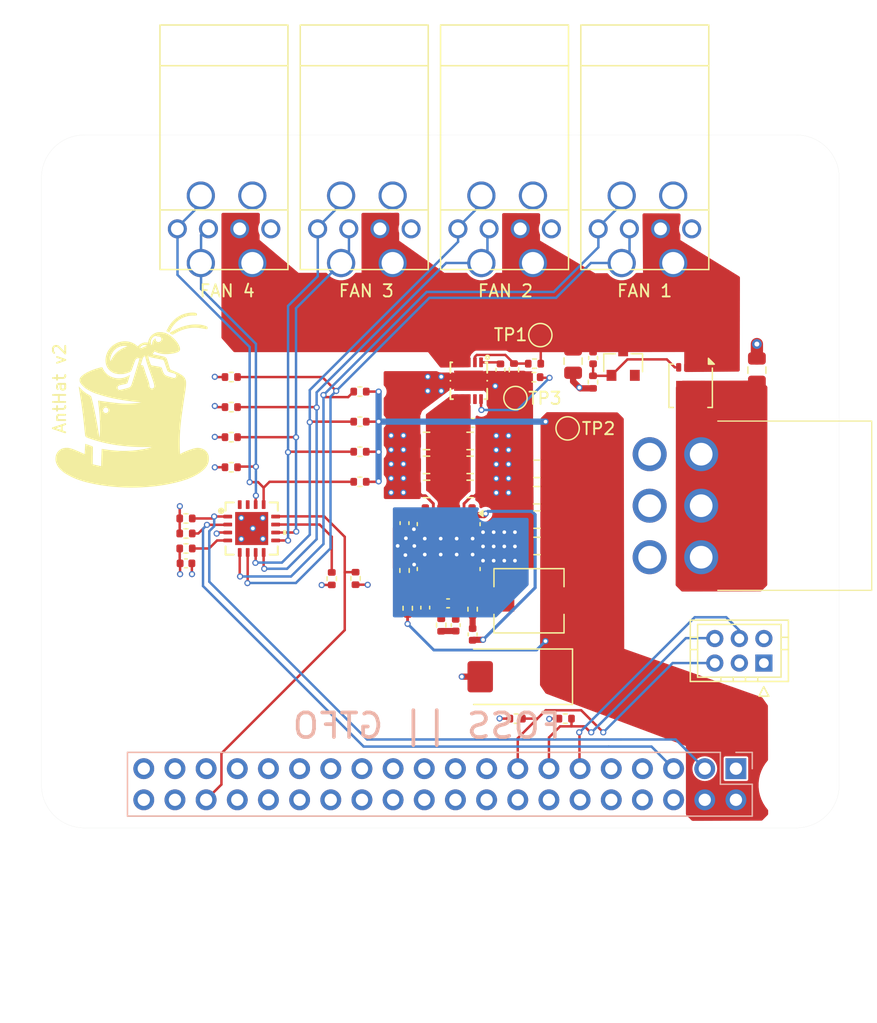
<source format=kicad_pcb>
(kicad_pcb (version 20240108) (generator "pcbnew") (generator_version "8.0")
  (layers (0 "F.Cu" signal) (1 "In1.Cu" signal) (2 "In2.Cu" signal) (31 "B.Cu" signal) (34 "B.Paste" user) (35 "F.Paste" user) (36 "B.SilkS" user "B.Silkscreen") (37 "F.SilkS" user "F.Silkscreen") (38 "B.Mask" user) (39 "F.Mask" user) (44 "Edge.Cuts" user))
  (net 0 "")
  (net 3 "/PSU_SCL")
  (net 13 "/PSU_SDA")
  (net 25 "/12V")
  (net 26 "GND")
  (net 27 "/VIN")
  (net 28 "Net-(U1-BST)")
  (net 29 "Net-(C8-Pad1)")
  (net 30 "Net-(U1-SS)")
  (net 31 "Net-(D1-A)")
  (net 32 "Net-(U1-COMP)")
  (net 33 "Net-(C13-Pad1)")
  (net 34 "/5V")
  (net 35 "Net-(U1-FB)")
  (net 36 "/3V3")
  (net 38 "/SDA")
  (net 39 "/SCL")
  (net 41 "/PSU_EN")
  (net 43 "/TACH1")
  (net 44 "/PWM1")
  (net 45 "/TACH2")
  (net 46 "/PWM2")
  (net 47 "/PWM3")
  (net 48 "/TACH3")
  (net 49 "/TACH4")
  (net 50 "/PWM4")
  (net 51 "Net-(U1-SW)")
  (net 52 "/FAN_ALERT")
  (net 53 "Net-(U2-ADDR_SEL)")
  (net 54 "Net-(U2-CLK)")
  (net 57 "/12V_LIM")
  (net 58 "Net-(U3-dV{slash}dT)")
  (net 59 "Net-(U3-EN{slash}UVLO)")
  (net 60 "Net-(U3-ILIM)")
  (footprint "Resistor_SMD:R_0402_1005Metric" (layer "F.Cu") (at 149.83 116.89 180)
    (property "Reference" "R22" (hide yes))
    (property "Value" "4.7k")
  )
  (footprint "Resistor_SMD:R_0402_1005Metric" (layer "F.Cu") (at 139.7225 109.26 -90)
    (property "Reference" "R3" (hide yes))
    (property "Value" "20k")
  )
  (footprint "Capacitor_SMD:C_0805_2012Metric" (layer "F.Cu") (at 165.45 88.475 90)
    (property "Reference" "C5" (hide yes))
    (property "Value" "0.1uF")
  )
  (footprint "AntHat:QFN16_4x4MC_MCH" (layer "F.Cu") (at 124.275001 101.390799)
    (property "Reference" "U2" (hide yes))
    (property "Value" "EMC2305")
  )
  (footprint "MountingHole:MountingHole_2.7mm_M2.5" (layer "F.Cu") (at 168.64132 122.31132 -90)
    (property "Reference" "H1" (hide yes))
    (property "Value" "MountingHole")
  )
  (footprint "Package_SO:SOIC-8-1EP_3.9x4.9mm_P1.27mm_EP2.95x4.9mm_Mask2.71x3.4mm_ThermalVias" (layer "F.Cu") (at 140.331053 102.862422 -90)
    (property "Reference" "U1" (hide yes))
    (property "Value" "AP64501SP-13")
  )
  (footprint "TestPoint:TestPoint_Pad_D1.5mm" (layer "F.Cu") (at 147.8 85.62 180)
    (property "Reference" "TP1")
    (property "Value" "TestPoint")
  )
  (footprint "AntHat:MOLEX_1x4_2x2_combo" (layer "F.Cu") (at 142.996667 74.245 180)
    (property "Reference" "J5" (hide yes))
    (property "Value" "61900411021")
  )
  (footprint "Resistor_SMD:R_0402_1005Metric" (layer "F.Cu") (at 147.275 89.05 180)
    (property "Reference" "R21" (hide yes))
    (property "Value" "2.2k")
  )
  (footprint "Resistor_SMD:R_0402_1005Metric" (layer "F.Cu") (at 133.1 90.225714 180)
    (property "Reference" "R13" (hide yes))
    (property "Value" "10k")
  )
  (footprint "AntHat:CONN-TH_6P-P2.00_PHD-2X3A" (layer "F.Cu") (at 164.02 111.36)
    (property "Reference" "J3" (hide yes))
    (property "Value" "PSU Comm")
  )
  (footprint "AntHat:D_SOT-23_ANK" (layer "F.Cu") (at 154.55 87.9 90)
    (property "Reference" "D1" (hide yes))
    (property "Value" "MMBZ5242BLT3G")
  )
  (footprint "Capacitor_SMD:C_0805_2012Metric" (layer "F.Cu") (at 147.5025 98.675 180)
    (property "Reference" "C16" (hide yes))
    (property "Value" "10uF")
  )
  (footprint "AntHat:logo" (layer "F.Cu") (at 114.42 91.64)
    (property "Reference" "G***" (hide yes))
    (property "Value" "LOGO" (hide yes))
  )
  (footprint "Resistor_SMD:R_0402_1005Metric" (layer "F.Cu") (at 147.325 87.95 180)
    (property "Reference" "R19" (hide yes))
    (property "Value" "2.2k")
  )
  (footprint "Capacitor_SMD:C_0805_2012Metric" (layer "F.Cu") (at 138.531053 98.162422 180)
    (property "Reference" "C3" (hide yes))
    (property "Value" "10uF")
  )
  (footprint "TestPoint:TestPoint_Pad_D1.5mm" (layer "F.Cu") (at 145.775 90.75)
    (property "Reference" "TP3")
    (property "Value" "TestPoint")
  )
  (footprint "MountingHole:MountingHole_2.7mm_M2.5" (layer "F.Cu") (at 110.64132 72.81132 -90)
    (property "Reference" "H4" (hide yes))
    (property "Value" "MountingHole")
  )
  (footprint "Capacitor_SMD:C_0402_1005Metric" (layer "F.Cu") (at 140.9025 109.27 90)
    (property "Reference" "C13" (hide yes))
    (property "Value" "1200pF")
  )
  (footprint "Capacitor_SMD:C_0402_1005Metric" (layer "F.Cu") (at 142.2825 110.02 -90)
    (property "Reference" "C8" (hide yes))
    (property "Value" "0.1uF")
  )
  (footprint "Resistor_SMD:R_0402_1005Metric" (layer "F.Cu") (at 122.61 96.394284)
    (property "Reference" "R12" (hide yes))
    (property "Value" "36K")
  )
  (footprint "Resistor_SMD:R_0402_1005Metric" (layer "F.Cu") (at 142.2825 107.97 -90)
    (property "Reference" "R2" (hide yes))
    (property "Value" "10")
  )
  (footprint "AntHat:ESQ-120-14-T-D" (layer "F.Cu") (at 163.74132 120.97132 -90)
    (property "Reference" "J1" (hide yes))
    (property "Value" "Raspberry_Pi_2_3")
  )
  (footprint "Resistor_SMD:R_0402_1005Metric" (layer "F.Cu") (at 118.92 100.57 180)
    (property "Reference" "R17" (hide yes))
    (property "Value" "4.7k")
  )
  (footprint "Resistor_SMD:R_0402_1005Metric" (layer "F.Cu") (at 145.65 88.45 -90)
    (property "Reference" "R20" (hide yes))
    (property "Value" "2.2k")
  )
  (footprint "Capacitor_SMD:C_0805_2012Metric" (layer "F.Cu") (at 142.081053 98.162422)
    (property "Reference" "C7" (hide yes))
    (property "Value" "10uF")
  )
  (footprint "Capacitor_SMD:C_0805_2012Metric" (layer "F.Cu") (at 147.531053 102.812422 180)
    (property "Reference" "C18" (hide yes))
    (property "Value" "10uF")
  )
  (footprint "AntHat:IND-SMD_L5.7-W5.2" (layer "F.Cu") (at 146.881053 107.262422)
    (property "Reference" "L1" (hide yes))
    (property "Value" "3.3uH")
  )
  (footprint "Resistor_SMD:R_0402_1005Metric" (layer "F.Cu") (at 132.74 105.46 -90)
    (property "Reference" "R6" (hide yes))
    (property "Value" "4.7k")
  )
  (footprint "Capacitor_SMD:C_0805_2012Metric" (layer "F.Cu") (at 147.531053 100.662422 180)
    (property "Reference" "C17" (hide yes))
    (property "Value" "10uF")
  )
  (footprint "AntHat:0455580003" (layer "F.Cu") (at 160.91 95.33 -90)
    (property "Reference" "J2" (hide yes))
    (property "Value" "0455580003" (hide yes))
  )
  (footprint "Resistor_SMD:R_0402_1005Metric" (layer "F.Cu") (at 133.1 95.12857 180)
    (property "Reference" "R15" (hide yes))
    (property "Value" "10k")
  )
  (footprint "Capacitor_SMD:C_0805_2012Metric" (layer "F.Cu") (at 138.525 96.2 180)
    (property "Reference" "C2" (hide yes))
    (property "Value" "10uF")
  )
  (footprint "AntHat:VSON-10_L3.0-W3.0-P0.50-TL-EP" (layer "F.Cu") (at 141.97 89.34 -90)
    (property "Reference" "U3" (hide yes))
    (property "Value" "TPS259241DRCR")
  )
  (footprint "Capacitor_SMD:C_0805_2012Metric" (layer "F.Cu") (at 150.47 87.74 -90)
    (property "Reference" "C11" (hide yes))
    (property "Value" "10uF")
  )
  (footprint "Resistor_SMD:R_0402_1005Metric" (layer "F.Cu") (at 130.8 105.48 -90)
    (property "Reference" "R8" (hide yes))
    (property "Value" "22k")
  )
  (footprint "AntHat:MOLEX_1x4_2x2_combo" (layer "F.Cu") (at 154.43 74.245 180)
    (property "Reference" "J4" (hide yes))
    (property "Value" "61900411021")
  )
  (footprint "AntHat:MOLEX_1x4_2x2_combo" (layer "F.Cu") (at 131.563334 74.245 180)
    (property "Reference" "J6" (hide yes))
    (property "Value" "0353180420")
  )
  (footprint "Resistor_SMD:R_0402_1005Metric" (layer "F.Cu") (at 145.83 116.89 180)
    (property "Reference" "R23" (hide yes))
    (property "Value" "4.7k")
  )
  (footprint "Resistor_SMD:R_0402_1005Metric" (layer "F.Cu") (at 122.61 89.04)
    (property "Reference" "R9" (hide yes))
    (property "Value" "36K")
  )
  (footprint "Resistor_SMD:R_0402_1005Metric" (layer "F.Cu") (at 136.7325 104.81 90)
    (property "Reference" "R5" (hide yes))
    (property "Value" "2.2k")
  )
  (footprint "Resistor_SMD:R_0402_1005Metric" (layer "F.Cu") (at 118.92 103.016666 180)
    (property "Reference" "R7" (hide yes))
    (property "Value" "33k")
  )
  (footprint "Package_SON:Diodes_PowerDI3333-8" (layer "F.Cu") (at 160.05 89.75 -90)
    (property "Reference" "Q1" (hide yes))
    (property "Value" "DMP3013SFV-7")
  )
  (footprint "Capacitor_SMD:C_0402_1005Metric" (layer "F.Cu") (at 118.92 104.23)
    (property "Reference" "C20" (hide yes))
    (property "Value" "0.1uF")
  )
  (footprint "Capacitor_SMD:C_0805_2012Metric" (layer "F.Cu") (at 138.525 94.25 180)
    (property "Reference" "C1" (hide yes))
    (property "Value" "10uF")
  )
  (footprint "Capacitor_SMD:C_0402_1005Metric" (layer "F.Cu") (at 142.3 92.775)
    (property "Reference" "C22" (hide yes))
    (property "Value" "1200pF")
  )
  (footprint "MountingHole:MountingHole_2.7mm_M2.5" (layer "F.Cu") (at 110.64132 122.31132 -90)
    (property "Reference" "H2" (hide yes))
    (property "Value" "MountingHole")
  )
  (footprint "Resistor_SMD:R_0402_1005Metric" (layer "F.Cu") (at 136.9925 107.89 90)
    (property "Reference" "R4" (hide yes))
    (property "Value" "12k")
  )
  (footprint "Capacitor_SMD:C_0402_1005Metric" (layer "F.Cu") (at 152.1 87.48 -90)
    (property "Reference" "C10" (hide yes))
    (property "Value" "0.1uF")
  )
  (footprint "Resistor_SMD:R_0402_1005Metric" (layer "F.Cu") (at 118.92 101.793333 180)
    (property "Reference" "R18" (hide yes))
    (property "Value" "4.7k")
  )
  (footprint "MountingHole:MountingHole_2.7mm_M2.5" (layer "F.Cu") (at 168.64132 72.81132 -90)
    (property "Reference" "H3" (hide yes))
    (property "Value" "MountingHole")
  )
  (footprint "Capacitor_Tantalum_SMD:CP_EIA-7343-31_Kemet-D" (layer "F.Cu") (at 146.0125 113.475 180)
    (property "Reference" "C19" (hide yes))
    (property "Value" "100uF")
  )
  (footprint "Resistor_SMD:R_0402_1005Metric" (layer "F.Cu") (at 122.61 91.491428)
    (property "Reference" "R10" (hide yes))
    (property "Value" "36K")
  )
  (footprint "Capacitor_SMD:C_0402_1005Metric" (layer "F.Cu") (at 138.4225 107.84 90)
    (property "Reference" "C14" (hide yes))
    (property "Value" "~")
  )
  (footprint "Resistor_SMD:R_0402_1005Metric" (layer "F.Cu") (at 122.61 93.942856)
    (property "Reference" "R11" (hide yes))
    (property "Value" "36K")
  )
  (footprint "Capacitor_SMD:C_0402_1005Metric" (layer "F.Cu") (at 140.2825 107.49)
    (property "Reference" "C12" (hide yes))
    (property "Value" "~")
  )
  (footprint "Capacitor_SMD:C_0402_1005Metric" (layer "F.Cu") (at 144.55 88.45 -90)
    (property "Reference" "C21" (hide yes))
    (property "Value" "1200pF")
  )
  (footprint "Capacitor_SMD:C_0805_2012Metric" (layer "F.Cu") (at 142.081053 96.2)
    (property "Reference" "C6" (hide yes))
    (property "Value" "10uF")
  )
  (footprint "Resistor_SMD:R_0402_1005Metric" (layer "F.Cu") (at 133.1 97.58 180)
    (property "Reference" "R16" (hide yes))
    (property "Value" "10k")
  )
  (footprint "Resistor_SMD:R_0402_1005Metric" (layer "F.Cu") (at 133.1 92.677142 180)
    (property "Reference" "R14" (hide yes))
    (property "Value" "10k")
  )
  (footprint "Capacitor_SMD:C_0805_2012Metric" (layer "F.Cu") (at 147.515 96.525 180)
    (property "Reference" "C15" (hide yes))
    (property "Value" "10uF")
  )
  (footprint "AntHat:MOLEX_1x4_2x2_combo" (layer "F.Cu") (at 120.13 74.245 180)
    (property "Reference" "J7" (hide yes))
    (property "Value" "0353180420")
  )
  (footprint "TestPoint:TestPoint_Pad_D1.5mm" (layer "F.Cu") (at 150.025 93.225)
    (property "Reference" "TP2")
    (property "Value" "TestPoint")
  )
  (footprint "Capacitor_SMD:C_0402_1005Metric" (layer "F.Cu") (at 136.7325 100.95 -90)
    (property "Reference" "C9" (hide yes))
    (property "Value" "0.1uF")
  )
  (footprint "Resistor_SMD:R_0402_1005Metric" (layer "F.Cu") (at 152.09 89.45 -90)
    (property "Reference" "R1" (hide yes))
    (property "Value" "12k")
  )
  (footprint "Capacitor_SMD:C_0805_2012Metric" (layer "F.Cu") (at 142.075 94.25)
    (property "Reference" "C4" (hide yes))
    (property "Value" "10uF")
  )
  (gr_line (start 107.14 122.3) (end 107.14 72.8) (stroke (width 0.01)) (layer "Edge.Cuts"))
  (gr_arc (start 168.66 69.3) (mid 171.134874 70.325126) (end 172.16 72.8) (stroke (width 0.01)) (layer "Edge.Cuts"))
  (gr_arc (start 107.14 72.8) (mid 108.165126 70.325126) (end 110.64 69.3) (stroke (width 0.01)) (layer "Edge.Cuts"))
  (gr_line (start 172.16 72.8) (end 172.16 122.3) (stroke (width 0.01)) (layer "Edge.Cuts"))
  (gr_arc (start 110.64 125.8) (mid 108.165126 124.774874) (end 107.14 122.3) (stroke (width 0.01)) (layer "Edge.Cuts"))
  (gr_line (start 168.66 125.8) (end 110.64 125.8) (stroke (width 0.01)) (layer "Edge.Cuts"))
  (gr_line (start 110.64 69.3) (end 168.66 69.3) (stroke (width 0.01)) (layer "Edge.Cuts"))
  (gr_arc (start 172.16 122.3) (mid 171.134874 124.774874) (end 168.66 125.8) (stroke (width 0.01)) (layer "Edge.Cuts"))
  (gr_text "FOSS || GTFO" (at 149.65 118.65 0) (layer "B.SilkS") (effects (font (size 2 2) (thickness 0.3)) (justify left bottom mirror)))
  (gr_text "FAN 4" (at 119.94 82.6 0) (layer "F.SilkS") (effects (font (size 1 1)) (justify left bottom)))
  (gr_text "FAN 3" (at 131.28 82.6 0) (layer "F.SilkS") (effects (font (size 1 1)) (justify left bottom)))
  (gr_text "AntHat v2" (at 109.21 93.74 90) (layer "F.SilkS") (effects (font (size 1 1)) (justify left bottom)))
  (gr_text "FAN 1" (at 153.96 82.6 0) (layer "F.SilkS") (effects (font (size 1 1)) (justify left bottom)))
  (gr_text "FAN 2" (at 142.62 82.6 0) (layer "F.SilkS") (effects (font (size 1 1)) (justify left bottom)))
  (segment (start 150.34 117.51) (end 150.33 117.52) (width 0.2) (layer "F.Cu") (net 3))
  (segment (start 149.41264 117.52) (end 148.50132 118.43132) (width 0.2) (layer "F.Cu") (net 3))
  (segment (start 150.33 117.52) (end 149.41264 117.52) (width 0.2) (layer "F.Cu") (net 3))
  (segment (start 151.4 117.52) (end 150.33 117.52) (width 0.2) (layer "F.Cu") (net 3))
  (segment (start 148.50132 118.43132) (end 148.50132 120.97132) (width 0.2) (layer "F.Cu") (net 3))
  (segment (start 150.34 116.89) (end 150.34 117.51) (width 0.2) (layer "F.Cu") (net 3))
  (segment (start 151.89 118.01) (end 151.4 117.52) (width 0.2) (layer "F.Cu") (net 3))
  (via (at 151.95 118.01) (size 0.5) (drill 0.3) (layers "F.Cu" "B.Cu") (net 3))
  (segment (start 159.6625 110.325) (end 161.985 110.325) (width 0.2) (layer "B.Cu") (net 3))
  (segment (start 161.985 110.325) (end 162.02 110.36) (width 0.2) (layer "B.Cu") (net 3))
  (segment (start 151.9775 118.01) (end 159.6625 110.325) (width 0.2) (layer "B.Cu") (net 3))
  (segment (start 151.95 118.01) (end 151.9775 118.01) (width 0.2) (layer "B.Cu") (net 3))
  (segment (start 147.505 116.945) (end 145.96132 118.48868) (width 0.2) (layer "F.Cu") (net 13))
  (segment (start 146.34 116.89) (end 147.45 116.89) (width 0.2) (layer "F.Cu") (net 13))
  (segment (start 145.96132 118.48868) (end 145.96132 120.97132) (width 0.2) (layer "F.Cu") (net 13))
  (segment (start 152.93 118.01) (end 151.13 116.21) (width 0.2) (layer "F.Cu") (net 13))
  (segment (start 151.13 116.21) (end 148.24 116.21) (width 0.2) (layer "F.Cu") (net 13))
  (segment (start 147.45 116.89) (end 147.505 116.945) (width 0.2) (layer "F.Cu") (net 13))
  (segment (start 148.24 116.21) (end 147.505 116.945) (width 0.2) (layer "F.Cu") (net 13))
  (via (at 152.93 118.01) (size 0.5) (drill 0.3) (layers "F.Cu" "B.Cu") (net 13))
  (segment (start 158.58 112.36) (end 162.02 112.36) (width 0.2) (layer "B.Cu") (net 13))
  (segment (start 152.93 118.01) (end 158.58 112.36) (width 0.2) (layer "B.Cu") (net 13))
  (segment (start 147.835 87.95) (end 147.835 86.835) (width 0.2) (layer "F.Cu") (net 25))
  (segment (start 137.496053 101.447422) (end 137.616053 101.447422) (width 0.5) (layer "F.Cu") (net 26))
  (segment (start 138.431053 98.712422) (end 138.143553 98.712422) (width 0.23) (layer "F.Cu") (net 26))
  (segment (start 142.181053 98.762422) (end 141.581053 99.362422) (width 0.23) (layer "F.Cu") (net 26))
  (segment (start 150.47 89.39) (end 150.98 89.9) (width 0.508) (layer "F.Cu") (net 26))
  (segment (start 140.966053 105.424922) (end 140.966053 107.427422) (width 0.5) (layer "F.Cu") (net 26))
  (segment (start 136.831053 104.327422) (end 137.516053 104.327422) (width 0.5) (layer "F.Cu") (net 26))
  (segment (start 136.831053 101.447422) (end 137.496053 101.447422) (width 0.5) (layer "F.Cu") (net 26))
  (segment (start 142.181053 98.762422) (end 142.418553 98.762422) (width 0.23) (layer "F.Cu") (net 26))
  (segment (start 141.4 113.47) (end 142.895 113.47) (width 0.508) (layer "F.Cu") (net 26))
  (segment (start 137.566053 104.327422) (end 138.381053 103.512422) (width 0.5) (layer "F.Cu") (net 26))
  (segment (start 150.47 88.69) (end 150.47 89.39) (width 0.508) (layer "F.Cu") (net 26))
  (segment (start 139.081053 99.362422) (end 139.081053 101.612422) (width 0.23) (layer "F.Cu") (net 26))
  (segment (start 138.143553 98.712422) (end 137.593553 98.162422) (width 0.23) (layer "F.Cu") (net 26))
  (segment (start 119.4 105.1) (end 119.41 105.11) (width 0.2) (layer "F.Cu") (net 26))
  (segment (start 137.516053 104.327422) (end 137.566053 104.327422) (width 0.5) (layer "F.Cu") (net 26))
  (segment (start 152.09 89.96) (end 151.04 89.96) (width 0.508) (layer "F.Cu") (net 26))
  (segment (start 140.881053 107.512422) (end 140.881053 108.727422) (width 0.5) (layer "F.Cu") (net 26))
  (segment (start 137.616053 101.447422) (end 138.381053 102.212422) (width 0.5) (layer "F.Cu") (net 26))
  (segment (start 151.04 89.96) (end 150.98 89.9) (width 0.508) (layer "F.Cu") (net 26))
  (segment (start 142.895 113.47) (end 142.9 113.475) (width 0.508) (layer "F.Cu") (net 26))
  (segment (start 165.45 87.525) (end 165.45 86.35) (width 1) (layer "F.Cu") (net 26))
  (segment (start 141.581053 99.362422) (end 141.581053 101.612422) (width 0.23) (layer "F.Cu") (net 26))
  (segment (start 119.4 104.23) (end 119.4 105.1) (width 0.2) (layer "F.Cu") (net 26))
  (segment (start 138.431053 98.712422) (end 139.081053 99.362422) (width 0.23) (layer "F.Cu") (net 26))
  (segment (start 140.966053 105.424922) (end 140.966053 103.497422) (width 0.5) (layer "F.Cu") (net 26))
  (segment (start 142.418553 98.762422) (end 143.018553 98.162422) (width 0.23) (layer "F.Cu") (net 26))
  (via (at 144.864385 104.012422) (size 0.5) (drill 0.3) (layers "F.Cu" "B.Cu") (net 26))
  (via (at 150.98 89.9) (size 0.5) (drill 0.3) (layers "F.Cu" "B.Cu") (net 26))
  (via (at 144.2075 97.3125) (size 0.5) (drill 0.3) (layers "F.Cu" "B.Cu") (net 26))
  (via (at 144.864385 101.687422) (size 0.5) (drill 0.3) (layers "F.Cu" "B.Cu") (net 26))
  (via (at 145.731053 101.687422) (size 0.5) (drill 0.3) (layers "F.Cu" "B.Cu") (net 26))
  (via (at 125.18 100.54) (size 0.5) (drill 0.3) (layers "F.Cu" "B.Cu") (net 26))
  (via (at 119.41 105.11) (size 0.5) (drill 0.3) (layers "F.Cu" "B.Cu") (net 26))
  (via (at 136.6425 98.455) (size 0.5) (drill 0.3) (layers "F.Cu" "B.Cu") (net 26))
  (via (at 144.2075 93.825) (size 0.5) (drill 0.3) (layers "F.Cu" "B.Cu") (net 26))
  (via (at 137.496053 101.447422) (size 0.5) (drill 0.3) (layers "F.Cu" "B.Cu") (net 26))
  (via (at 143.997719 102.849922) (size 0.5) (drill 0.3) (layers "F.Cu" "B.Cu") (net 26))
  (via (at 144.2075 98.475) (size 0.5) (drill 0.3) (layers "F.Cu" "B.Cu") (net 26))
  (via (at 143.997719 104.012422) (size 0.5) (drill 0.3) (layers "F.Cu" "B.Cu") (net 26))
  (via (at 145.731053 104.012422) (size 0.5) (drill 0.3) (layers "F.Cu" "B.Cu") (net 26))
  (via (at 143.997719 101.687422) (size 0.5) (drill 0.3) (layers "F.Cu" "B.Cu") (net 26))
  (via (at 144.2075 94.9875) (size 0.5) (drill 0.3) (layers "F.Cu" "B.Cu") (net 26))
  (via (at 145.21 96.145) (size 0.5) (drill 0.3) (layers "F.Cu" "B.Cu") (net 26))
  (via (at 144.125 89.775) (size 0.5) (drill 0.3) (layers "F.Cu" "B.Cu") (net 26))
  (via (at 141.4 113.47) (size 0.5) (drill 0.3) (layers "F.Cu" "B.Cu") (net 26))
  (via (at 137.531053 102.812422) (size 0.5) (drill 0.3) (layers "F.Cu" "B.Cu") (net 26))
  (via (at 137.516053 104.327422) (size 0.5) (drill 0.3) (layers "F.Cu" "B.Cu") (net 26))
  (via (at 136.6425 94.9675) (size 0.5) (drill 0.3) (layers "F.Cu" "B.Cu") (net 26))
  (via (at 136.1725 102.805) (size 0.5) (drill 0.3) (layers "F.Cu" "B.Cu") (net 26))
  (via (at 136.6425 97.2925) (size 0.5) (drill 0.3) (layers "F.Cu" "B.Cu") (net 26))
  (via (at 135.64 94.9725) (size 0.5) (drill 0.3) (layers "F.Cu" "B.Cu") (net 26))
  (via (at 136.6425 96.13) (size 0.5) (drill 0.3) (layers "F.Cu" "B.Cu") (net 26))
  (via (at 138.625 90.175) (size 0.5) (drill 0.3) (layers "F.Cu" "B.Cu") (net 26))
  (via (at 145.21 97.3075) (size 0.5) (drill 0.3) (layers "F.Cu" "B.Cu") (net 26))
  (via (at 135.64 96.135) (size 0.5) (drill 0.3) (layers "F.Cu" "B.Cu") (net 26))
  (via (at 143.131053 101.687422) (size 0.5) (drill 0.3) (layers "F.Cu" "B.Cu") (net 26))
  (via (at 143.131053 102.849922) (size 0.5) (drill 0.3) (layers "F.Cu" "B.Cu") (net 26))
  (via (at 144.2075 96.15) (size 0.5) (drill 0.3) (layers "F.Cu" "B.Cu") (net 26))
  (via (at 136.8425 102.185) (size 0.5) (drill 0.3) (layers "F.Cu" "B.Cu") (net 26))
  (via (at 136.6425 93.805) (size 0.5) (drill 0.3) (layers "F.Cu" "B.Cu") (net 26))
  (via (at 143.131053 104.012422) (size 0.5) (drill 0.3) (layers "F.Cu" "B.Cu") (net 26))
  (via (at 124.37 101.38) (size 0.5) (drill 0.3) (layers "F.Cu" "B.Cu") (net 26))
  (via (at 123.43 102.24) (size 0.5) (drill 0.3) (layers "F.Cu" "B.Cu") (net 26))
  (via (at 135.64 98.46) (size 0.5) (drill 0.3) (layers "F.Cu" "B.Cu") (net 26))
  (via (at 123.43 100.53) (size 0.5) (drill 0.3) (layers "F.Cu" "B.Cu") (net 26))
  (via (at 139.725 90.175) (size 0.5) (drill 0.3) (layers "F.Cu" "B.Cu") (net 26))
  (via (at 145.731053 102.849922) (size 0.5) (drill 0.3) (layers "F.Cu" "B.Cu") (net 26))
  (via (at 135.64 93.81) (size 0.5) (drill 0.3) (layers "F.Cu" "B.Cu") (net 26))
  (via (at 136.8025 103.555) (size 0.5) (drill 0.3) (layers "F.Cu" "B.Cu") (net 26))
  (via (at 145.21 98.47) (size 0.5) (drill 0.3) (layers "F.Cu" "B.Cu") (net 26))
  (via (at 144.864385 102.849922) (size 0.5) (drill 0.3) (layers "F.Cu" "B.Cu") (net 26))
  (via (at 145.21 94.9825) (size 0.5) (drill 0.3) (layers "F.Cu" "B.Cu") (net 26))
  (via (at 165.45 86.35) (size 0.8) (drill 0.4) (layers "F.Cu" "B.Cu") (net 26))
  (via (at 135.64 97.2975) (size 0.5) (drill 0.3) (layers "F.Cu" "B.Cu") (net 26))
  (via (at 139.725 89.0125) (size 0.5) (drill 0.3) (layers "F.Cu" "B.Cu") (net 26))
  (via (at 138.625 89.0125) (size 0.5) (drill 0.3) (layers "F.Cu" "B.Cu") (net 26))
  (via (at 125.19 102.23) (size 0.5) (drill 0.3) (layers "F.Cu" "B.Cu") (net 26))
  (via (at 145.21 93.82) (size 0.5) (drill 0.3) (layers "F.Cu" "B.Cu") (net 26))
  (segment (start 143.131053 110.462422) (end 142.366053 110.462422) (width 0.5) (layer "F.Cu") (net 28))
  (segment (start 143.3425 100.175) (end 143.217578 100.299922) (width 0.5) (layer "F.Cu") (net 28))
  (segment (start 143.217578 100.299922) (end 142.236053 100.299922) (width 0.5) (layer "F.Cu") (net 28))
  (via (at 143.131053 110.462422) (size 0.5) (drill 0.3) (layers "F.Cu" "B.Cu") (net 28))
  (via (at 143.3425 100.175) (size 0.5) (drill 0.3) (layers "F.Cu" "B.Cu") (net 28))
  (segment (start 143.527 99.9905) (end 143.3425 100.175) (width 0.254) (layer "B.Cu") (net 28))
  (segment (start 143.131053 110.462422) (end 147.375 106.218475) (width 0.254) (layer "B.Cu") (net 28))
  (segment (start 147.375 106.218475) (end 147.375 100.261078) (width 0.254) (layer "B.Cu") (net 28))
  (segment (start 147.104422 99.9905) (end 143.527 99.9905) (width 0.254) (layer "B.Cu") (net 28))
  (segment (start 147.375 100.261078) (end 147.104422 99.9905) (width 0.254) (layer "B.Cu") (net 28))
  (segment (start 142.281053 109.577422) (end 142.281053 108.447422) (width 0.5) (layer "F.Cu") (net 29))
  (segment (start 136.831053 100.477422) (end 138.248553 100.477422) (width 0.5) (layer "F.Cu") (net 30))
  (segment (start 154.9 87.6) (end 158.11 87.6) (width 0.2) (layer "F.Cu") (net 31))
  (segment (start 158.11 87.6) (end 158.76 88.25) (width 0.2) (layer "F.Cu") (net 31))
  (segment (start 152.1 87.96) (end 152.1 88.93) (width 0.2) (layer "F.Cu") (net 31))
  (segment (start 153.56 88.94) (end 153.6 88.9) (width 0.2) (layer "F.Cu") (net 31))
  (segment (start 152.09 88.94) (end 153.56 88.94) (width 0.2) (layer "F.Cu") (net 31))
  (segment (start 152.1 88.93) (end 152.09 88.94) (width 0.2) (layer "F.Cu") (net 31))
  (segment (start 153.6 88.9) (end 154.9 87.6) (width 0.2) (layer "F.Cu") (net 31))
  (segment (start 158.76 88.25) (end 159.075 88.25) (width 0.2) (layer "F.Cu") (net 31))
  (segment (start 139.731053 108.727422) (end 139.731053 107.692422) (width 0.5) (layer "F.Cu") (net 32))
  (segment (start 139.681053 107.282422) (end 139.681053 105.439922) (width 0.5) (layer "F.Cu") (net 32))
  (segment (start 140.931053 109.747422) (end 139.781053 109.747422) (width 0.5) (layer "F.Cu") (net 33))
  (segment (start 134.58 97.58) (end 134.62 97.54) (width 0.2) (layer "F.Cu") (net 34))
  (segment (start 134.615714 90.225714) (end 134.62 90.23) (width 0.2) (layer "F.Cu") (net 34))
  (segment (start 133.61 97.58) (end 134.58 97.58) (width 0.2) (layer "F.Cu") (net 34))
  (segment (start 134.59857 95.12857) (end 134.62 95.15) (width 0.2) (layer "F.Cu") (net 34))
  (segment (start 133.61 92.677142) (end 134.612858 92.677142) (width 0.2) (layer "F.Cu") (net 34))
  (segment (start 136.981053 108.347422) (end 138.231053 108.347422) (width 0.5) (layer "F.Cu") (net 34))
  (segment (start 136.981053 108.347422) (end 136.981053 109.162422) (width 0.23) (layer "F.Cu") (net 34))
  (segment (start 133.61 95.12857) (end 134.59857 95.12857) (width 0.2) (layer "F.Cu") (net 34))
  (segment (start 134.612858 92.677142) (end 134.62 92.67) (width 0.2) (layer "F.Cu") (net 34))
  (segment (start 133.61 90.225714) (end 134.615714 90.225714) (width 0.2) (layer "F.Cu") (net 34))
  (via (at 134.62 95.15) (size 0.5) (drill 0.3) (layers "F.Cu" "B.Cu") (net 34))
  (via (at 136.981053 109.162422) (size 0.5) (drill 0.3) (layers "F.Cu" "B.Cu") (net 34))
  (via (at 148.22 110.57) (size 0.5) (drill 0.3) (layers "F.Cu" "B.Cu") (net 34))
  (via (at 134.62 90.23) (size 0.5) (drill 0.3) (layers "F.Cu" "B.Cu") (net 34))
  (via (at 134.62 92.67) (size 0.5) (drill 0.3) (layers "F.Cu" "B.Cu") (net 34))
  (via (at 134.62 97.54) (size 0.5) (drill 0.3) (layers "F.Cu" "B.Cu") (net 34))
  (via (at 148.225 92.675) (size 0.5) (drill 0.3) (layers "F.Cu" "B.Cu") (net 34))
  (segment (start 148.225 92.675) (end 134.625 92.675) (width 0.508) (layer "B.Cu") (net 34))
  (segment (start 147.49 111.3) (end 139.118631 111.3) (width 0.23) (layer "B.Cu") (net 34))
  (segment (start 134.625 92.675) (end 134.62 92.67) (width 0.508) (layer "B.Cu") (net 34))
  (segment (start 148.22 110.57) (end 147.49 111.3) (width 0.23) (layer "B.Cu") (net 34))
  (segment (start 134.62 97.54) (end 134.62 95.15) (width 0.508) (layer "B.Cu") (net 34))
  (segment (start 134.62 95.15) (end 134.62 92.67) (width 0.508) (layer "B.Cu") (net 34))
  (segment (start 139.118631 111.3) (end 136.981053 109.162422) (width 0.23) (layer "B.Cu") (net 34))
  (segment (start 134.62 92.67) (end 134.62 90.23) (width 0.508) (layer "B.Cu") (net 34))
  (segment (start 138.231053 107.377422) (end 136.981053 107.377422) (width 0.5) (layer "F.Cu") (net 35))
  (segment (start 136.831053 105.297422) (end 138.298553 105.297422) (width 0.5) (layer "F.Cu") (net 35))
  (segment (start 138.426053 105.424922) (end 138.426053 107.182422) (width 0.5) (layer "F.Cu") (net 35))
  (segment (start 121.29 89.04) (end 121.27 89.02) (width 0.2) (layer "F.Cu") (net 36))
  (segment (start 118.41 100.57) (end 118.41 99.58) (width 0.2) (layer "F.Cu") (net 36))
  (segment (start 133.72 105.97) (end 133.73 105.98) (width 0.2) (layer "F.Cu") (net 36))
  (segment (start 118.41 103.016666) (end 118.41 104.2) (width 0.2) (layer "F.Cu") (net 36))
  (segment (start 149.32 116.89) (end 148.55 116.89) (width 0.2) (layer "F.Cu") (net 36))
  (segment (start 118.41 100.57) (end 118.41 101.793333) (width 0.2) (layer "F.Cu") (net 36))
  (segment (start 121.361428 91.491428) (end 121.27 91.4) (width 0.2) (layer "F.Cu") (net 36))
  (segment (start 118.41 99.58) (end 118.42 99.57) (width 0.2) (layer "F.Cu") (net 36))
  (segment (start 122.1 89.04) (end 121.29 89.04) (width 0.2) (layer "F.Cu") (net 36))
  (segment (start 144.49 116.89) (end 144.48 116.88) (width 0.2) (layer "F.Cu") (net 36))
  (segment (start 130.8 105.99) (end 129.99 105.99) (width 0.2) (layer "F.Cu") (net 36))
  (segment (start 118.44 104.23) (end 118.44 105.11) (width 0.2) (layer "F.Cu") (net 36))
  (segment (start 118.41 104.2) (end 118.44 104.23) (width 0.2) (layer "F.Cu") (net 36))
  (segment (start 122.3258 101.7158) (end 121.5042 101.7158) (width 0.2) (layer "F.Cu") (net 36))
  (segment (start 148.55 116.89) (end 148.53 116.91) (width 0.2) (layer "F.Cu") (net 36))
  (segment (start 129.99 105.99) (end 129.98 106) (width 0.2) (layer "F.Cu") (net 36))
  (segment (start 122.1 91.491428) (end 121.361428 91.491428) (width 0.2) (layer "F.Cu") (net 36))
  (segment (start 122.1 93.942856) (end 121.292856 93.942856) (width 0.2) (layer "F.Cu") (net 36))
  (segment (start 121.5042 101.7158) (end 121.42 101.8) (width 0.2) (layer "F.Cu") (net 36))
  (segment (start 145.32 116.89) (end 144.49 116.89) (width 0.2) (layer "F.Cu") (net 36))
  (segment (start 122.1 96.394284) (end 121.275716 96.394284) (width 0.2) (layer "F.Cu") (net 36))
  (segment (start 121.275716 96.394284) (end 121.27 96.4) (width 0.2) (layer "F.Cu") (net 36))
  (segment (start 121.292856 93.942856) (end 121.27 93.92) (width 0.2) (layer "F.Cu") (net 36))
  (segment (start 132.74 105.97) (end 133.72 105.97) (width 0.2) (layer "F.Cu") (net 36))
  (via (at 118.42 99.57) (size 0.5) (drill 0.3) (layers "F.Cu" "B.Cu") (net 36))
  (via (at 121.27 93.92) (size 0.5) (drill 0.3) (layers "F.Cu" "B.Cu") (net 36))
  (via (at 121.27 96.4) (size 0.5) (drill 0.3) (layers "F.Cu" "B.Cu") (net 36))
  (via (at 118.44 105.11) (size 0.5) (drill 0.3) (layers "F.Cu" "B.Cu") (net 36))
  (via (at 133.73 105.98) (size 0.5) (drill 0.3) (layers "F.Cu" "B.Cu") (net 36))
  (via (at 148.53 116.91) (size 0.5) (drill 0.3) (layers "F.Cu" "B.Cu") (net 36))
  (via (at 121.27 89.02) (size 0.5) (drill 0.3) (layers "F.Cu" "B.Cu") (net 36))
  (via (at 121.27 91.4) (size 0.5) (drill 0.3) (layers "F.Cu" "B.Cu") (net 36))
  (via (at 121.42 101.8) (size 0.5) (drill 0.3) (layers "F.Cu" "B.Cu") (net 36))
  (via (at 144.48 116.88) (size 0.5) (drill 0.3) (layers "F.Cu" "B.Cu") (net 36))
  (via (at 129.98 106) (size 0.5) (drill 0.3) (layers "F.Cu" "B.Cu") (net 36))
  (segment (start 121.22 100.41) (end 122.32 100.41) (width 0.2) (layer "F.Cu") (net 38))
  (segment (start 119.43 100.57) (end 121.06 100.57) (width 0.2) (layer "F.Cu") (net 38))
  (segment (start 121.06 100.57) (end 121.22 100.41) (width 0.2) (layer "F.Cu") (net 38))
  (segment (start 122.32 100.41) (end 122.3258 100.4158) (width 0.2) (layer "F.Cu") (net 38))
  (via (at 121.22 100.41) (size 0.5) (drill 0.3) (layers "F.Cu" "B.Cu") (net 38))
  (segment (start 120.82 101.607107) (end 121.22 101.207107) (width 0.2) (layer "B.Cu") (net 38))
  (segment (start 121.22 101.207107) (end 121.22 100.41) (width 0.2) (layer "B.Cu") (net 38))
  (segment (start 159.68 119.44) (end 159.68 119.45) (width 0.2) (layer "B.Cu") (net 38))
  (segment (start 133.68 118.59) (end 120.82 105.73) (width 0.2) (layer "B.Cu") (net 38))
  (segment (start 154.35 118.59) (end 133.68 118.59) (width 0.2) (layer "B.Cu") (net 38))
  (segment (start 158.83 118.59) (end 159.68 119.44) (width 0.2) (layer "B.Cu") (net 38))
  (segment (start 161.20132 120.91132) (end 161.20132 120.97132) (width 0.2) (layer "B.Cu") (net 38))
  (segment (start 154.39 118.59) (end 158.83 118.59) (width 0.2) (layer "B.Cu") (net 38))
  (segment (start 120.82 105.73) (end 120.82 101.607107) (width 0.2) (layer "B.Cu") (net 38))
  (segment (start 159.68 119.45) (end 161.20132 120.97132) (width 0.2) (layer "B.Cu") (net 38))
  (segment (start 119.43 101.793333) (end 119.926667 101.793333) (width 0.2) (layer "F.Cu") (net 39))
  (segment (start 119.926667 101.793333) (end 120.63 101.09) (width 0.2) (layer "F.Cu") (net 39))
  (segment (start 120.63 101.09) (end 122.301598 101.09) (width 0.2) (layer "F.Cu") (net 39))
  (segment (start 122.301598 101.09) (end 122.3258 101.065798) (width 0.2) (layer "F.Cu") (net 39))
  (via (at 120.63 101.09) (size 0.5) (drill 0.3) (layers "F.Cu" "B.Cu") (net 39))
  (segment (start 153.37 119.17) (end 133.4 119.17) (width 0.2) (layer "B.Cu") (net 39))
  (segment (start 120.31 106.08) (end 120.31 101.41) (width 0.2) (layer "B.Cu") (net 39))
  (segment (start 156.86 119.17) (end 158.66132 120.97132) (width 0.2) (layer "B.Cu") (net 39))
  (segment (start 133.4 119.17) (end 120.31 106.08) (width 0.2) (layer "B.Cu") (net 39))
  (segment (start 153.37 119.17) (end 156.86 119.17) (width 0.2) (layer "B.Cu") (net 39))
  (segment (start 120.31 101.41) (end 120.63 101.09) (width 0.2) (layer "B.Cu") (net 39))
  (segment (start 150.99 120.92) (end 151.04132 120.97132) (width 0.2) (layer "F.Cu") (net 41))
  (segment (start 150.97 118.04) (end 150.99 118.06) (width 0.2) (layer "F.Cu") (net 41))
  (segment (start 150.99 118.06) (end 150.99 120.92) (width 0.2) (layer "F.Cu") (net 41))
  (via (at 150.97 118.01) (size 0.5) (drill 0.3) (layers "F.Cu" "B.Cu") (net 41))
  (segment (start 160.385 108.625) (end 162.95 108.625) (width 0.2) (layer "B.Cu") (net 41))
  (segment (start 164.02 109.695) (end 164.02 110.36) (width 0.2) (layer "B.Cu") (net 41))
  (segment (start 150.97 118.04) (end 160.385 108.625) (width 0.2) (layer "B.Cu") (net 41))
  (segment (start 162.95 108.625) (end 164.02 109.695) (width 0.2) (layer "B.Cu") (net 41))
  (segment (start 130.03 89.04) (end 131.165 90.175) (width 0.2) (layer "F.Cu") (net 43))
  (segment (start 123.95 105.82) (end 123.95 103.34) (width 0.2) (layer "F.Cu") (net 43))
  (segment (start 123.12 89.04) (end 130.03 89.04) (width 0.2) (layer "F.Cu") (net 43))
  (segment (start 123.93 105.84) (end 123.95 105.82) (width 0.2) (layer "F.Cu") (net 43))
  (via (at 123.93 105.84) (size 0.5) (drill 0.3) (layers "F.Cu" "B.Cu") (net 43))
  (via (at 131.165 90.175) (size 0.5) (drill 0.3) (layers "F.Cu" "B.Cu") (net 43))
  (segment (start 127.88 105.83) (end 130.7 103.01) (width 0.2) (layer "B.Cu") (net 43))
  (segment (start 123.93 105.84) (end 123.94 105.83) (width 0.2) (layer "B.Cu") (net 43))
  (segment (start 130.7 103.01) (end 130.7 90.64) (width 0.2) (layer "B.Cu") (net 43))
  (segment (start 131.165 90.175) (end 138.76 82.58) (width 0.2) (layer "B.Cu") (net 43))
  (segment (start 130.7 90.64) (end 131.165 90.175) (width 0.2) (layer "B.Cu") (net 43))
  (segment (start 151.92 79.74) (end 154.44 79.74) (width 0.2) (layer "B.Cu") (net 43))
  (segment (start 123.94 105.83) (end 127.88 105.83) (width 0.2) (layer "B.Cu") (net 43))
  (segment (start 155.07 79.11) (end 154.44 79.74) (width 0.2) (layer "B.Cu") (net 43))
  (segment (start 155.07 76.83) (end 155.07 79.11) (width 0.2) (layer "B.Cu") (net 43))
  (segment (start 149.08 82.58) (end 151.92 79.74) (width 0.2) (layer "B.Cu") (net 43))
  (segment (start 138.76 82.58) (end 149.08 82.58) (width 0.2) (layer "B.Cu") (net 43))
  (segment (start 130.295001 90.675) (end 130.126737 90.506736) (width 0.2) (layer "F.Cu") (net 44))
  (segment (start 132.59 90.225714) (end 132.140714 90.675) (width 0.2) (layer "F.Cu") (net 44))
  (segment (start 123.300002 103.34) (end 123.300002 105.270002) (width 0.2) (layer "F.Cu") (net 44))
  (segment (start 123.300002 105.270002) (end 123.33 105.3) (width 0.2) (layer "F.Cu") (net 44))
  (segment (start 132.140714 90.675) (end 130.295001 90.675) (width 0.2) (layer "F.Cu") (net 44))
  (via (at 123.33 105.3) (size 0.5) (drill 0.3) (layers "F.Cu" "B.Cu") (net 44))
  (via (at 130.126737 90.506736) (size 0.5) (drill 0.3) (layers "F.Cu" "B.Cu") (net 44))
  (segment (start 138.533473 82.1) (end 148.89 82.1) (width 0.2) (layer "B.Cu") (net 44))
  (segment (start 127.48 105.3) (end 130.126737 102.653263) (width 0.2) (layer "B.Cu") (net 44))
  (segment (start 130.126737 102.653263) (end 130.126737 90.506736) (width 0.2) (layer "B.Cu") (net 44))
  (segment (start 152.53 76.83) (end 154.44 74.92) (width 0.2) (layer "B.Cu") (net 44))
  (segment (start 123.33 105.3) (end 127.48 105.3) (width 0.2) (layer "B.Cu") (net 44))
  (segment (start 130.126737 90.506736) (end 138.533473 82.1) (width 0.2) (layer "B.Cu") (net 44))
  (segment (start 154.44 74.92) (end 154.44 74.24) (width 0.2) (layer "B.Cu") (net 44))
  (segment (start 148.89 82.1) (end 152.53 78.46) (width 0.2) (layer "B.Cu") (net 44))
  (segment (start 152.53 78.46) (end 152.53 76.83) (width 0.2) (layer "B.Cu") (net 44))
  (segment (start 123.12 91.491428) (end 129.541428 91.491428) (width 0.2) (layer "F.Cu") (net 45))
  (segment (start 125.25 103.34) (end 125.25 104.62) (width 0.2) (layer "F.Cu") (net 45))
  (segment (start 125.25 104.62) (end 125.3 104.67) (width 0.2) (layer "F.Cu") (net 45))
  (segment (start 129.541428 91.491428) (end 129.57 91.52) (width 0.2) (layer "F.Cu") (net 45))
  (via (at 125.3 104.67) (size 0.5) (drill 0.3) (layers "F.Cu" "B.Cu") (net 45))
  (via (at 129.57 91.52) (size 0.5) (drill 0.3) (layers "F.Cu" "B.Cu") (net 45))
  (segment (start 129.57 91.52) (end 129.57 90.29) (width 0.2) (layer "B.Cu") (net 45))
  (segment (start 143.49 79.26) (end 143.49 76.976667) (width 0.2) (layer "B.Cu") (net 45))
  (segment (start 125.3 104.67) (end 127.16 104.67) (width 0.2) (layer "B.Cu") (net 45))
  (segment (start 140.12 79.74) (end 143.01 79.74) (width 0.2) (layer "B.Cu") (net 45))
  (segment (start 129.57 102.26) (end 129.57 91.52) (width 0.2) (layer "B.Cu") (net 45))
  (segment (start 129.57 90.29) (end 140.12 79.74) (width 0.2) (layer "B.Cu") (net 45))
  (segment (start 143.49 76.976667) (end 143.636667 76.83) (width 0.2) (layer "B.Cu") (net 45))
  (segment (start 143.01 79.74) (end 143.49 79.26) (width 0.2) (layer "B.Cu") (net 45))
  (segment (start 127.16 104.67) (end 129.57 102.26) (width 0.2) (layer "B.Cu") (net 45))
  (segment (start 129.007142 92.717142) (end 129.01 92.72) (width 0.2) (layer "F.Cu") (net 46))
  (segment (start 132.59 92.677142) (end 129.052858 92.677142) (width 0.2) (layer "F.Cu") (net 46))
  (segment (start 124.600002 104.169998) (end 124.58 104.19) (width 0.2) (layer "F.Cu") (net 46))
  (segment (start 124.600002 103.34) (end 124.600002 104.169998) (width 0.2) (layer "F.Cu") (net 46))
  (segment (start 129.052858 92.677142) (end 129.01 92.72) (width 0.2) (layer "F.Cu") (net 46))
  (via (at 124.58 104.19) (size 0.5) (drill 0.3) (layers "F.Cu" "B.Cu") (net 46))
  (via (at 129.01 92.72) (size 0.5) (drill 0.3) (layers "F.Cu" "B.Cu") (net 46))
  (segment (start 129.01 101.9) (end 129.01 92.72) (width 0.2) (layer "B.Cu") (net 46))
  (segment (start 126.74 104.17) (end 129.01 101.9) (width 0.2) (layer "B.Cu") (net 46))
  (segment (start 141.096667 78.013333) (end 141.096667 76.83) (width 0.2) (layer "B.Cu") (net 46))
  (segment (start 124.6 104.17) (end 126.74 104.17) (width 0.2) (layer "B.Cu") (net 46))
  (segment (start 124.58 104.19) (end 124.6 104.17) (width 0.2) (layer "B.Cu") (net 46))
  (segment (start 141.096667 76.83) (end 143.01 74.916667) (width 0.2) (layer "B.Cu") (net 46))
  (segment (start 129.01 90.1) (end 141.096667 78.013333) (width 0.2) (layer "B.Cu") (net 46))
  (segment (start 129.01 92.72) (end 129.01 90.1) (width 0.2) (layer "B.Cu") (net 46))
  (segment (start 143.01 74.916667) (end 143.01 74.24) (width 0.2) (layer "B.Cu") (net 46))
  (segment (start 126.224202 102.365798) (end 127.235798 102.365798) (width 0.2) (layer "F.Cu") (net 47))
  (segment (start 127.23857 95.16857) (end 127.24 95.17) (width 0.2) (layer "F.Cu") (net 47))
  (segment (start 127.235798 102.365798) (end 127.24 102.37) (width 0.2) (layer "F.Cu") (net 47))
  (segment (start 132.59 95.12857) (end 127.28143 95.12857) (width 0.2) (layer "F.Cu") (net 47))
  (segment (start 127.28143 95.12857) (end 127.24 95.17) (width 0.2) (layer "F.Cu") (net 47))
  (via (at 127.24 95.17) (size 0.5) (drill 0.3) (layers "F.Cu" "B.Cu") (net 47))
  (via (at 127.24 102.37) (size 0.5) (drill 0.3) (layers "F.Cu" "B.Cu") (net 47))
  (segment (start 129.663334 80.816666) (end 129.663334 76.83) (width 0.2) (layer "B.Cu") (net 47))
  (segment (start 127.24 83.24) (end 129.663334 80.816666) (width 0.2) (layer "B.Cu") (net 47))
  (segment (start 127.24 95.17) (end 127.24 83.24) (width 0.2) (layer "B.Cu") (net 47))
  (segment (start 131.58 74.913334) (end 131.58 74.24) (width 0.2) (layer "B.Cu") (net 47))
  (segment (start 127.24 102.37) (end 127.24 95.17) (width 0.2) (layer "B.Cu") (net 47))
  (segment (start 129.663334 76.83) (end 131.58 74.913334) (width 0.2) (layer "B.Cu") (net 47))
  (segment (start 127.8342 101.7158) (end 126.224202 101.7158) (width 0.2) (layer "F.Cu") (net 48))
  (segment (start 127.91 101.64) (end 127.8342 101.7158) (width 0.2) (layer "F.Cu") (net 48))
  (segment (start 123.12 93.942856) (end 127.882856 93.942856) (width 0.2) (layer "F.Cu") (net 48))
  (segment (start 127.882856 93.942856) (end 127.89 93.95) (width 0.2) (layer "F.Cu") (net 48))
  (via (at 127.91 101.64) (size 0.5) (drill 0.3) (layers "F.Cu" "B.Cu") (net 48))
  (via (at 127.89 93.95) (size 0.5) (drill 0.3) (layers "F.Cu" "B.Cu") (net 48))
  (segment (start 131.58 79.74) (end 131.58 79.65) (width 0.2) (layer "B.Cu") (net 48))
  (segment (start 132.203334 79.026666) (end 132.203334 76.83) (width 0.2) (layer "B.Cu") (net 48))
  (segment (start 127.91 101.64) (end 127.89 101.62) (width 0.2) (layer "B.Cu") (net 48))
  (segment (start 127.89 101.62) (end 127.89 93.95) (width 0.2) (layer "B.Cu") (net 48))
  (segment (start 127.89 83.43) (end 131.58 79.74) (width 0.2) (layer "B.Cu") (net 48))
  (segment (start 127.89 93.95) (end 127.89 83.43) (width 0.2) (layer "B.Cu") (net 48))
  (segment (start 131.58 79.65) (end 132.203334 79.026666) (width 0.2) (layer "B.Cu") (net 48))
  (segment (start 124.61 96.34) (end 124.62 96.35) (width 0.2) (layer "F.Cu") (net 49))
  (segment (start 124.600002 99.441598) (end 124.600002 98.729998) (width 0.2) (layer "F.Cu") (net 49))
  (segment (start 123.12 96.34) (end 124.61 96.34) (width 0.2) (layer "F.Cu") (net 49))
  (segment (start 124.600002 98.729998) (end 124.62 98.71) (width 0.2) (layer "F.Cu") (net 49))
  (via (at 124.62 98.71) (size 0.5) (drill 0.3) (layers "F.Cu" "B.Cu") (net 49))
  (via (at 124.62 96.35) (size 0.5) (drill 0.3) (layers "F.Cu" "B.Cu") (net 49))
  (segment (start 124.62 98.71) (end 124.62 96.35) (width 0.2) (layer "B.Cu") (net 49))
  (segment (start 124.62 96.35) (end 124.62 86.33) (width 0.2) (layer "B.Cu") (net 49))
  (segment (start 120.15 77.45) (end 120.77 76.83) (width 0.2) (layer "B.Cu") (net 49))
  (segment (start 124.62 86.33) (end 120.15 81.86) (width 0.2) (layer "B.Cu") (net 49))
  (segment (start 120.15 81.86) (end 120.15 79.74) (width 0.2) (layer "B.Cu") (net 49))
  (segment (start 120.15 79.74) (end 120.15 77.45) (width 0.2) (layer "B.Cu") (net 49))
  (segment (start 124.1 97.62) (end 124.11 97.61) (width 0.2) (layer "F.Cu") (net 50))
  (segment (start 132.59 97.58) (end 125.73 97.58) (width 0.2) (layer "F.Cu") (net 50))
  (segment (start 125.25 98.06) (end 124.8 97.61) (width 0.2) (layer "F.Cu") (net 50))
  (segment (start 124.8 97.61) (end 124.11 97.61) (width 0.2) (layer "F.Cu") (net 50))
  (segment (start 125.73 97.58) (end 125.25 98.06) (width 0.2) (layer "F.Cu") (net 50))
  (segment (start 125.25 99.441598) (end 125.25 98.06) (width 0.2) (layer "F.Cu") (net 50))
  (via (at 124.11 97.61) (size 0.5) (drill 0.3) (layers "F.Cu" "B.Cu") (net 50))
  (segment (start 118.23 76.83) (end 120.15 74.91) (width 0.2) (layer "B.Cu") (net 50))
  (segment (start 120.15 74.91) (end 120.15 74.24) (width 0.2) (layer "B.Cu") (net 50))
  (segment (start 118.23 80.71) (end 118.23 76.83) (width 0.2) (layer "B.Cu") (net 50))
  (segment (start 124.11 97.61) (end 124.11 86.59) (width 0.2) (layer "B.Cu") (net 50))
  (segment (start 124.11 86.59) (end 118.23 80.71) (width 0.2) (layer "B.Cu") (net 50))
  (segment (start 142.281053 107.477422) (end 144.591053 107.477422) (width 0.5) (layer "F.Cu") (net 51))
  (segment (start 142.281053 107.477422) (end 142.281053 105.469922) (width 0.5) (layer "F.Cu") (net 51))
  (segment (start 131.86 109.67264) (end 121.81 119.72264) (width 0.2) (layer "F.Cu") (net 52))
  (segment (start 131.86 102.07) (end 131.86 104.96) (width 0.2) (layer "F.Cu") (net 52))
  (segment (start 121.81 122.26264) (end 120.56132 123.51132) (width 0.2) (layer "F.Cu") (net 52))
  (segment (start 130.19 100.4) (end 131.86 102.07) (width 0.2) (layer "F.Cu") (net 52))
  (segment (start 121.81 119.72264) (end 121.81 122.26264) (width 0.2) (layer "F.Cu") (net 52))
  (segment (start 132.74 104.95) (end 131.87 104.95) (width 0.2) (layer "F.Cu") (net 52))
  (segment (start 131.86 104.96) (end 131.86 109.67264) (width 0.2) (layer "F.Cu") (net 52))
  (segment (start 126.240002 100.4) (end 130.19 100.4) (width 0.2) (layer "F.Cu") (net 52))
  (segment (start 126.224202 100.4158) (end 126.240002 100.4) (width 0.2) (layer "F.Cu") (net 52))
  (segment (start 131.87 104.95) (end 131.86 104.96) (width 0.2) (layer "F.Cu") (net 52))
  (segment (start 121.454202 102.365798) (end 122.3258 102.365798) (width 0.2) (layer "F.Cu") (net 53))
  (segment (start 119.43 103.016666) (end 120.803334 103.016666) (width 0.2) (layer "F.Cu") (net 53))
  (segment (start 120.803334 103.016666) (end 121.454202 102.365798) (width 0.2) (layer "F.Cu") (net 53))
  (segment (start 129.805798 101.065798) (end 130.8 102.06) (width 0.2) (layer "F.Cu") (net 54))
  (segment (start 130.8 102.06) (end 130.8 105.02) (width 0.2) (layer "F.Cu") (net 54))
  (segment (start 126.224202 101.065798) (end 129.805798 101.065798) (width 0.2) (layer "F.Cu") (net 54))
  (segment (start 142.97 87.84) (end 144.42 87.84) (width 0.2) (layer "F.Cu") (net 58))
  (segment (start 144.42 87.84) (end 144.55 87.97) (width 0.2) (layer "F.Cu") (net 58))
  (segment (start 145.65 87.94) (end 146.805 87.94) (width 0.2) (layer "F.Cu") (net 59))
  (segment (start 146.805 87.94) (end 146.815 87.95) (width 0.2) (layer "F.Cu") (net 59))
  (segment (start 144.9484 87.2384) (end 145.65 87.94) (width 0.2) (layer "F.Cu") (net 59))
  (segment (start 142.47 87.3868) (end 142.6184 87.2384) (width 0.2) (layer "F.Cu") (net 59))
  (segment (start 142.47 87.84) (end 142.47 87.3868) (width 0.2) (layer "F.Cu") (net 59))
  (segment (start 142.6184 87.2384) (end 144.9484 87.2384) (width 0.2) (layer "F.Cu") (net 59))
  (segment (start 148.55 89.1) (end 147.835 89.1) (width 0.2) (layer "F.Cu") (net 60))
  (segment (start 142.97 91.345) (end 142.97 91.695) (width 0.2) (layer "F.Cu") (net 60))
  (segment (start 142.97 91.695) (end 143 91.725) (width 0.2) (layer "F.Cu") (net 60))
  (segment (start 147.835 89.1) (end 147.785 89.05) (width 0.2) (layer "F.Cu") (net 60))
  (segment (start 142.97 90.84) (end 142.97 91.345) (width 0.2) (layer "F.Cu") (net 60))
  (via (at 143 91.725) (size 0.5) (drill 0.3) (layers "F.Cu" "B.Cu") (net 60))
  (via (at 148.55 89.1) (size 0.5) (drill 0.3) (layers "F.Cu" "B.Cu") (net 60))
  (segment (start 143 91.725) (end 145.925 91.725) (width 0.2) (layer "B.Cu") (net 60))
  (segment (start 145.925 91.725) (end 148.55 89.1) (width 0.2) (layer "B.Cu") (net 60))
  (zone (net 25) (net_name "/12V") (layer "F.Cu") (priority 4) (connect_pads yes (clearance 0.254)) (min_thickness 0.25) (fill yes (thermal_gap 0.5) (thermal_bridge_width 0.5))
    (polygon (pts (xy 124.941394 75.65) (xy 124.918615 77.859566) (xy 128.088101 80.54113) (xy 133.228593 80.533931) (xy 133.220174 75.650991) (xy 136.306027 75.638746) (xy 136.294935 77.923597) (xy 139.980126 80.54) (xy 144.685 80.54) (xy 144.685 75.6687) (xy 147.785841 75.681103) (xy 147.775058 77.913141) (xy 152.265597 80.576536) (xy 156.167632 80.54652) (xy 156.125246 75.689161) (xy 159.224614 75.701268) (xy 159.213606 77.869916) (xy 164.069493 80.869774) (xy 164.053581 88.594929) (xy 159.53 88.632007) (xy 159.53 86.998973) (xy 142.475 87.02) (xy 142.117114 87.374936) (xy 142.11 88.25) (xy 139.651251 88.268213) (xy 138.65 87.01) (xy 122.825 87.01) (xy 121.81 85.86014) (xy 121.81 75.65)))
  )
  (zone (net 26) (net_name "GND") (layer "F.Cu") (priority 2) (connect_pads yes (clearance 0.4)) (min_thickness 0.254) (fill yes (thermal_gap 0.508) (thermal_bridge_width 0.508))
    (polygon (pts (xy 135.02945 88.557422) (xy 140.79 88.557422) (xy 140.79 90.11491) (xy 138.019868 92.150007) (xy 138.05588 98.987422) (xy 135.041065 98.987422)))
  )
  (zone (net 51) (net_name "Net-(U1-SW)") (layer "F.Cu") (connect_pads yes (clearance 0.4)) (min_thickness 0.254) (fill yes (thermal_gap 0.508) (thermal_bridge_width 0.508))
    (polygon (pts (xy 141.931053 104.712422) (xy 144.331053 104.712422) (xy 144.331053 107.762422) (xy 141.931053 107.762422)))
  )
  (zone (net 26) (net_name "GND") (layer "F.Cu") (priority 1) (connect_pads yes (clearance 0.3)) (min_thickness 0.254) (fill yes (thermal_gap 0.508) (thermal_bridge_width 0.508))
    (polygon (pts (xy 135.778553 101.246697) (xy 142.496769 101.159317) (xy 142.519349 92.149161) (xy 143.419744 92.145169) (xy 143.419711 90.519994) (xy 143.152259 90.092259) (xy 143.15 88.54) (xy 147.19416 88.518826) (xy 147.271076 104.672595) (xy 135.778553 104.71342)))
  )
  (zone (net 34) (net_name "/5V") (layer "F.Cu") (priority 3) (connect_pads yes (clearance 0.1524)) (min_thickness 0.254) (fill yes (thermal_gap 0.508) (thermal_bridge_width 0.508) (smoothing chamfer) (radius 0.5))
    (polygon (pts (xy 147.82 91.9) (xy 147.77 114.67) (xy 159.665 119.124254) (xy 159.665 125.229302) (xy 166.369482 125.208514) (xy 166.34811 115.324058) (xy 154.638487 111.202107) (xy 154.599962 91.920577)))
  )
  (zone (net 57) (net_name "/12V_LIM") (layer "F.Cu") (priority 5) (connect_pads yes (clearance 0.254)) (min_thickness 0.25) (fill yes (thermal_gap 0.5) (thermal_bridge_width 0.5))
    (polygon (pts (xy 138.471502 92.074922) (xy 138.49686 101.414266) (xy 142.124543 101.41489) (xy 142.12 90.440356) (xy 140.637715 90.44915)))
  )
  (zone (net 27) (net_name "/VIN") (layer "F.Cu") (priority 6) (connect_pads yes (clearance 0.254)) (min_thickness 0.25) (fill yes (thermal_gap 0.5) (thermal_bridge_width 0.5) (smoothing chamfer) (radius 0.5))
    (polygon (pts (xy 158.85 89.34) (xy 166.306763 89.324888) (xy 166.296764 106.514018) (xy 158.825 106.53)))
  )
  (zone (net 26) (net_name "GND") (layer "B.Cu") (priority 1) (connect_pads yes (clearance 0.4)) (min_thickness 0.254) (fill yes (thermal_gap 0.508) (thermal_bridge_width 0.508))
    (polygon (pts (xy 135.781053 99.662422) (xy 147.081053 99.662422) (xy 147.081053 108.637422) (xy 135.781053 108.637422)))
  )
)
</source>
